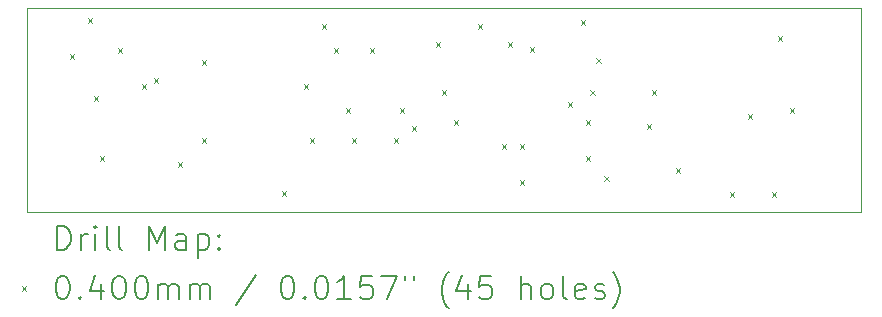
<source format=gbr>
%TF.GenerationSoftware,KiCad,Pcbnew,7.0.10-7.0.10~ubuntu22.04.1*%
%TF.CreationDate,2024-03-22T20:20:20-04:00*%
%TF.ProjectId,mechanicalkeyboard-touchid-hub,6d656368-616e-4696-9361-6c6b6579626f,rev?*%
%TF.SameCoordinates,Original*%
%TF.FileFunction,Drillmap*%
%TF.FilePolarity,Positive*%
%FSLAX45Y45*%
G04 Gerber Fmt 4.5, Leading zero omitted, Abs format (unit mm)*
G04 Created by KiCad (PCBNEW 7.0.10-7.0.10~ubuntu22.04.1) date 2024-03-22 20:20:20*
%MOMM*%
%LPD*%
G01*
G04 APERTURE LIST*
%ADD10C,0.100000*%
%ADD11C,0.200000*%
G04 APERTURE END LIST*
D10*
X4292600Y-3759200D02*
X11353800Y-3759200D01*
X11353800Y-5486400D01*
X4292600Y-5486400D01*
X4292600Y-3759200D01*
D11*
D10*
X4653600Y-4145600D02*
X4693600Y-4185600D01*
X4693600Y-4145600D02*
X4653600Y-4185600D01*
X4806000Y-3840800D02*
X4846000Y-3880800D01*
X4846000Y-3840800D02*
X4806000Y-3880800D01*
X4856800Y-4501200D02*
X4896800Y-4541200D01*
X4896800Y-4501200D02*
X4856800Y-4541200D01*
X4907600Y-5009200D02*
X4947600Y-5049200D01*
X4947600Y-5009200D02*
X4907600Y-5049200D01*
X5060000Y-4094800D02*
X5100000Y-4134800D01*
X5100000Y-4094800D02*
X5060000Y-4134800D01*
X5263200Y-4399600D02*
X5303200Y-4439600D01*
X5303200Y-4399600D02*
X5263200Y-4439600D01*
X5364800Y-4348800D02*
X5404800Y-4388800D01*
X5404800Y-4348800D02*
X5364800Y-4388800D01*
X5568000Y-5060000D02*
X5608000Y-5100000D01*
X5608000Y-5060000D02*
X5568000Y-5100000D01*
X5771200Y-4196400D02*
X5811200Y-4236400D01*
X5811200Y-4196400D02*
X5771200Y-4236400D01*
X5771200Y-4856800D02*
X5811200Y-4896800D01*
X5811200Y-4856800D02*
X5771200Y-4896800D01*
X6450000Y-5310000D02*
X6490000Y-5350000D01*
X6490000Y-5310000D02*
X6450000Y-5350000D01*
X6634800Y-4399600D02*
X6674800Y-4439600D01*
X6674800Y-4399600D02*
X6634800Y-4439600D01*
X6685600Y-4856800D02*
X6725600Y-4896800D01*
X6725600Y-4856800D02*
X6685600Y-4896800D01*
X6787200Y-3891600D02*
X6827200Y-3931600D01*
X6827200Y-3891600D02*
X6787200Y-3931600D01*
X6888800Y-4094800D02*
X6928800Y-4134800D01*
X6928800Y-4094800D02*
X6888800Y-4134800D01*
X6990400Y-4602800D02*
X7030400Y-4642800D01*
X7030400Y-4602800D02*
X6990400Y-4642800D01*
X7041200Y-4856800D02*
X7081200Y-4896800D01*
X7081200Y-4856800D02*
X7041200Y-4896800D01*
X7193600Y-4094800D02*
X7233600Y-4134800D01*
X7233600Y-4094800D02*
X7193600Y-4134800D01*
X7396800Y-4856800D02*
X7436800Y-4896800D01*
X7436800Y-4856800D02*
X7396800Y-4896800D01*
X7447600Y-4602800D02*
X7487600Y-4642800D01*
X7487600Y-4602800D02*
X7447600Y-4642800D01*
X7549200Y-4755200D02*
X7589200Y-4795200D01*
X7589200Y-4755200D02*
X7549200Y-4795200D01*
X7752400Y-4044000D02*
X7792400Y-4084000D01*
X7792400Y-4044000D02*
X7752400Y-4084000D01*
X7803200Y-4450400D02*
X7843200Y-4490400D01*
X7843200Y-4450400D02*
X7803200Y-4490400D01*
X7904800Y-4704400D02*
X7944800Y-4744400D01*
X7944800Y-4704400D02*
X7904800Y-4744400D01*
X8108000Y-3891600D02*
X8148000Y-3931600D01*
X8148000Y-3891600D02*
X8108000Y-3931600D01*
X8311200Y-4907600D02*
X8351200Y-4947600D01*
X8351200Y-4907600D02*
X8311200Y-4947600D01*
X8362000Y-4044000D02*
X8402000Y-4084000D01*
X8402000Y-4044000D02*
X8362000Y-4084000D01*
X8463600Y-4907600D02*
X8503600Y-4947600D01*
X8503600Y-4907600D02*
X8463600Y-4947600D01*
X8463600Y-5212400D02*
X8503600Y-5252400D01*
X8503600Y-5212400D02*
X8463600Y-5252400D01*
X8550000Y-4090000D02*
X8590000Y-4130000D01*
X8590000Y-4090000D02*
X8550000Y-4130000D01*
X8870000Y-4552000D02*
X8910000Y-4592000D01*
X8910000Y-4552000D02*
X8870000Y-4592000D01*
X8980000Y-3860000D02*
X9020000Y-3900000D01*
X9020000Y-3860000D02*
X8980000Y-3900000D01*
X9022400Y-4704400D02*
X9062400Y-4744400D01*
X9062400Y-4704400D02*
X9022400Y-4744400D01*
X9022400Y-5009200D02*
X9062400Y-5049200D01*
X9062400Y-5009200D02*
X9022400Y-5049200D01*
X9060000Y-4450000D02*
X9100000Y-4490000D01*
X9100000Y-4450000D02*
X9060000Y-4490000D01*
X9110000Y-4180000D02*
X9150000Y-4220000D01*
X9150000Y-4180000D02*
X9110000Y-4220000D01*
X9180000Y-5180000D02*
X9220000Y-5220000D01*
X9220000Y-5180000D02*
X9180000Y-5220000D01*
X9540000Y-4740000D02*
X9580000Y-4780000D01*
X9580000Y-4740000D02*
X9540000Y-4780000D01*
X9581200Y-4450400D02*
X9621200Y-4490400D01*
X9621200Y-4450400D02*
X9581200Y-4490400D01*
X9784400Y-5110800D02*
X9824400Y-5150800D01*
X9824400Y-5110800D02*
X9784400Y-5150800D01*
X10241600Y-5314000D02*
X10281600Y-5354000D01*
X10281600Y-5314000D02*
X10241600Y-5354000D01*
X10394000Y-4653600D02*
X10434000Y-4693600D01*
X10434000Y-4653600D02*
X10394000Y-4693600D01*
X10597200Y-5314000D02*
X10637200Y-5354000D01*
X10637200Y-5314000D02*
X10597200Y-5354000D01*
X10648000Y-3993200D02*
X10688000Y-4033200D01*
X10688000Y-3993200D02*
X10648000Y-4033200D01*
X10749600Y-4602800D02*
X10789600Y-4642800D01*
X10789600Y-4602800D02*
X10749600Y-4642800D01*
D11*
X4548377Y-5802884D02*
X4548377Y-5602884D01*
X4548377Y-5602884D02*
X4595996Y-5602884D01*
X4595996Y-5602884D02*
X4624567Y-5612408D01*
X4624567Y-5612408D02*
X4643615Y-5631455D01*
X4643615Y-5631455D02*
X4653139Y-5650503D01*
X4653139Y-5650503D02*
X4662663Y-5688598D01*
X4662663Y-5688598D02*
X4662663Y-5717169D01*
X4662663Y-5717169D02*
X4653139Y-5755265D01*
X4653139Y-5755265D02*
X4643615Y-5774312D01*
X4643615Y-5774312D02*
X4624567Y-5793360D01*
X4624567Y-5793360D02*
X4595996Y-5802884D01*
X4595996Y-5802884D02*
X4548377Y-5802884D01*
X4748377Y-5802884D02*
X4748377Y-5669550D01*
X4748377Y-5707646D02*
X4757901Y-5688598D01*
X4757901Y-5688598D02*
X4767424Y-5679074D01*
X4767424Y-5679074D02*
X4786472Y-5669550D01*
X4786472Y-5669550D02*
X4805520Y-5669550D01*
X4872186Y-5802884D02*
X4872186Y-5669550D01*
X4872186Y-5602884D02*
X4862663Y-5612408D01*
X4862663Y-5612408D02*
X4872186Y-5621931D01*
X4872186Y-5621931D02*
X4881710Y-5612408D01*
X4881710Y-5612408D02*
X4872186Y-5602884D01*
X4872186Y-5602884D02*
X4872186Y-5621931D01*
X4995996Y-5802884D02*
X4976948Y-5793360D01*
X4976948Y-5793360D02*
X4967424Y-5774312D01*
X4967424Y-5774312D02*
X4967424Y-5602884D01*
X5100758Y-5802884D02*
X5081710Y-5793360D01*
X5081710Y-5793360D02*
X5072186Y-5774312D01*
X5072186Y-5774312D02*
X5072186Y-5602884D01*
X5329329Y-5802884D02*
X5329329Y-5602884D01*
X5329329Y-5602884D02*
X5395996Y-5745741D01*
X5395996Y-5745741D02*
X5462663Y-5602884D01*
X5462663Y-5602884D02*
X5462663Y-5802884D01*
X5643615Y-5802884D02*
X5643615Y-5698122D01*
X5643615Y-5698122D02*
X5634091Y-5679074D01*
X5634091Y-5679074D02*
X5615043Y-5669550D01*
X5615043Y-5669550D02*
X5576948Y-5669550D01*
X5576948Y-5669550D02*
X5557901Y-5679074D01*
X5643615Y-5793360D02*
X5624567Y-5802884D01*
X5624567Y-5802884D02*
X5576948Y-5802884D01*
X5576948Y-5802884D02*
X5557901Y-5793360D01*
X5557901Y-5793360D02*
X5548377Y-5774312D01*
X5548377Y-5774312D02*
X5548377Y-5755265D01*
X5548377Y-5755265D02*
X5557901Y-5736217D01*
X5557901Y-5736217D02*
X5576948Y-5726693D01*
X5576948Y-5726693D02*
X5624567Y-5726693D01*
X5624567Y-5726693D02*
X5643615Y-5717169D01*
X5738853Y-5669550D02*
X5738853Y-5869550D01*
X5738853Y-5679074D02*
X5757901Y-5669550D01*
X5757901Y-5669550D02*
X5795996Y-5669550D01*
X5795996Y-5669550D02*
X5815043Y-5679074D01*
X5815043Y-5679074D02*
X5824567Y-5688598D01*
X5824567Y-5688598D02*
X5834091Y-5707646D01*
X5834091Y-5707646D02*
X5834091Y-5764788D01*
X5834091Y-5764788D02*
X5824567Y-5783836D01*
X5824567Y-5783836D02*
X5815043Y-5793360D01*
X5815043Y-5793360D02*
X5795996Y-5802884D01*
X5795996Y-5802884D02*
X5757901Y-5802884D01*
X5757901Y-5802884D02*
X5738853Y-5793360D01*
X5919805Y-5783836D02*
X5929329Y-5793360D01*
X5929329Y-5793360D02*
X5919805Y-5802884D01*
X5919805Y-5802884D02*
X5910282Y-5793360D01*
X5910282Y-5793360D02*
X5919805Y-5783836D01*
X5919805Y-5783836D02*
X5919805Y-5802884D01*
X5919805Y-5679074D02*
X5929329Y-5688598D01*
X5929329Y-5688598D02*
X5919805Y-5698122D01*
X5919805Y-5698122D02*
X5910282Y-5688598D01*
X5910282Y-5688598D02*
X5919805Y-5679074D01*
X5919805Y-5679074D02*
X5919805Y-5698122D01*
D10*
X4247600Y-6111400D02*
X4287600Y-6151400D01*
X4287600Y-6111400D02*
X4247600Y-6151400D01*
D11*
X4586472Y-6022884D02*
X4605520Y-6022884D01*
X4605520Y-6022884D02*
X4624567Y-6032408D01*
X4624567Y-6032408D02*
X4634091Y-6041931D01*
X4634091Y-6041931D02*
X4643615Y-6060979D01*
X4643615Y-6060979D02*
X4653139Y-6099074D01*
X4653139Y-6099074D02*
X4653139Y-6146693D01*
X4653139Y-6146693D02*
X4643615Y-6184788D01*
X4643615Y-6184788D02*
X4634091Y-6203836D01*
X4634091Y-6203836D02*
X4624567Y-6213360D01*
X4624567Y-6213360D02*
X4605520Y-6222884D01*
X4605520Y-6222884D02*
X4586472Y-6222884D01*
X4586472Y-6222884D02*
X4567424Y-6213360D01*
X4567424Y-6213360D02*
X4557901Y-6203836D01*
X4557901Y-6203836D02*
X4548377Y-6184788D01*
X4548377Y-6184788D02*
X4538853Y-6146693D01*
X4538853Y-6146693D02*
X4538853Y-6099074D01*
X4538853Y-6099074D02*
X4548377Y-6060979D01*
X4548377Y-6060979D02*
X4557901Y-6041931D01*
X4557901Y-6041931D02*
X4567424Y-6032408D01*
X4567424Y-6032408D02*
X4586472Y-6022884D01*
X4738853Y-6203836D02*
X4748377Y-6213360D01*
X4748377Y-6213360D02*
X4738853Y-6222884D01*
X4738853Y-6222884D02*
X4729329Y-6213360D01*
X4729329Y-6213360D02*
X4738853Y-6203836D01*
X4738853Y-6203836D02*
X4738853Y-6222884D01*
X4919805Y-6089550D02*
X4919805Y-6222884D01*
X4872186Y-6013360D02*
X4824567Y-6156217D01*
X4824567Y-6156217D02*
X4948377Y-6156217D01*
X5062663Y-6022884D02*
X5081710Y-6022884D01*
X5081710Y-6022884D02*
X5100758Y-6032408D01*
X5100758Y-6032408D02*
X5110282Y-6041931D01*
X5110282Y-6041931D02*
X5119805Y-6060979D01*
X5119805Y-6060979D02*
X5129329Y-6099074D01*
X5129329Y-6099074D02*
X5129329Y-6146693D01*
X5129329Y-6146693D02*
X5119805Y-6184788D01*
X5119805Y-6184788D02*
X5110282Y-6203836D01*
X5110282Y-6203836D02*
X5100758Y-6213360D01*
X5100758Y-6213360D02*
X5081710Y-6222884D01*
X5081710Y-6222884D02*
X5062663Y-6222884D01*
X5062663Y-6222884D02*
X5043615Y-6213360D01*
X5043615Y-6213360D02*
X5034091Y-6203836D01*
X5034091Y-6203836D02*
X5024567Y-6184788D01*
X5024567Y-6184788D02*
X5015044Y-6146693D01*
X5015044Y-6146693D02*
X5015044Y-6099074D01*
X5015044Y-6099074D02*
X5024567Y-6060979D01*
X5024567Y-6060979D02*
X5034091Y-6041931D01*
X5034091Y-6041931D02*
X5043615Y-6032408D01*
X5043615Y-6032408D02*
X5062663Y-6022884D01*
X5253139Y-6022884D02*
X5272186Y-6022884D01*
X5272186Y-6022884D02*
X5291234Y-6032408D01*
X5291234Y-6032408D02*
X5300758Y-6041931D01*
X5300758Y-6041931D02*
X5310282Y-6060979D01*
X5310282Y-6060979D02*
X5319805Y-6099074D01*
X5319805Y-6099074D02*
X5319805Y-6146693D01*
X5319805Y-6146693D02*
X5310282Y-6184788D01*
X5310282Y-6184788D02*
X5300758Y-6203836D01*
X5300758Y-6203836D02*
X5291234Y-6213360D01*
X5291234Y-6213360D02*
X5272186Y-6222884D01*
X5272186Y-6222884D02*
X5253139Y-6222884D01*
X5253139Y-6222884D02*
X5234091Y-6213360D01*
X5234091Y-6213360D02*
X5224567Y-6203836D01*
X5224567Y-6203836D02*
X5215044Y-6184788D01*
X5215044Y-6184788D02*
X5205520Y-6146693D01*
X5205520Y-6146693D02*
X5205520Y-6099074D01*
X5205520Y-6099074D02*
X5215044Y-6060979D01*
X5215044Y-6060979D02*
X5224567Y-6041931D01*
X5224567Y-6041931D02*
X5234091Y-6032408D01*
X5234091Y-6032408D02*
X5253139Y-6022884D01*
X5405520Y-6222884D02*
X5405520Y-6089550D01*
X5405520Y-6108598D02*
X5415044Y-6099074D01*
X5415044Y-6099074D02*
X5434091Y-6089550D01*
X5434091Y-6089550D02*
X5462663Y-6089550D01*
X5462663Y-6089550D02*
X5481710Y-6099074D01*
X5481710Y-6099074D02*
X5491234Y-6118122D01*
X5491234Y-6118122D02*
X5491234Y-6222884D01*
X5491234Y-6118122D02*
X5500758Y-6099074D01*
X5500758Y-6099074D02*
X5519805Y-6089550D01*
X5519805Y-6089550D02*
X5548377Y-6089550D01*
X5548377Y-6089550D02*
X5567425Y-6099074D01*
X5567425Y-6099074D02*
X5576948Y-6118122D01*
X5576948Y-6118122D02*
X5576948Y-6222884D01*
X5672186Y-6222884D02*
X5672186Y-6089550D01*
X5672186Y-6108598D02*
X5681710Y-6099074D01*
X5681710Y-6099074D02*
X5700758Y-6089550D01*
X5700758Y-6089550D02*
X5729329Y-6089550D01*
X5729329Y-6089550D02*
X5748377Y-6099074D01*
X5748377Y-6099074D02*
X5757901Y-6118122D01*
X5757901Y-6118122D02*
X5757901Y-6222884D01*
X5757901Y-6118122D02*
X5767424Y-6099074D01*
X5767424Y-6099074D02*
X5786472Y-6089550D01*
X5786472Y-6089550D02*
X5815043Y-6089550D01*
X5815043Y-6089550D02*
X5834091Y-6099074D01*
X5834091Y-6099074D02*
X5843615Y-6118122D01*
X5843615Y-6118122D02*
X5843615Y-6222884D01*
X6234091Y-6013360D02*
X6062663Y-6270503D01*
X6491234Y-6022884D02*
X6510282Y-6022884D01*
X6510282Y-6022884D02*
X6529329Y-6032408D01*
X6529329Y-6032408D02*
X6538853Y-6041931D01*
X6538853Y-6041931D02*
X6548377Y-6060979D01*
X6548377Y-6060979D02*
X6557901Y-6099074D01*
X6557901Y-6099074D02*
X6557901Y-6146693D01*
X6557901Y-6146693D02*
X6548377Y-6184788D01*
X6548377Y-6184788D02*
X6538853Y-6203836D01*
X6538853Y-6203836D02*
X6529329Y-6213360D01*
X6529329Y-6213360D02*
X6510282Y-6222884D01*
X6510282Y-6222884D02*
X6491234Y-6222884D01*
X6491234Y-6222884D02*
X6472186Y-6213360D01*
X6472186Y-6213360D02*
X6462663Y-6203836D01*
X6462663Y-6203836D02*
X6453139Y-6184788D01*
X6453139Y-6184788D02*
X6443615Y-6146693D01*
X6443615Y-6146693D02*
X6443615Y-6099074D01*
X6443615Y-6099074D02*
X6453139Y-6060979D01*
X6453139Y-6060979D02*
X6462663Y-6041931D01*
X6462663Y-6041931D02*
X6472186Y-6032408D01*
X6472186Y-6032408D02*
X6491234Y-6022884D01*
X6643615Y-6203836D02*
X6653139Y-6213360D01*
X6653139Y-6213360D02*
X6643615Y-6222884D01*
X6643615Y-6222884D02*
X6634091Y-6213360D01*
X6634091Y-6213360D02*
X6643615Y-6203836D01*
X6643615Y-6203836D02*
X6643615Y-6222884D01*
X6776948Y-6022884D02*
X6795996Y-6022884D01*
X6795996Y-6022884D02*
X6815044Y-6032408D01*
X6815044Y-6032408D02*
X6824567Y-6041931D01*
X6824567Y-6041931D02*
X6834091Y-6060979D01*
X6834091Y-6060979D02*
X6843615Y-6099074D01*
X6843615Y-6099074D02*
X6843615Y-6146693D01*
X6843615Y-6146693D02*
X6834091Y-6184788D01*
X6834091Y-6184788D02*
X6824567Y-6203836D01*
X6824567Y-6203836D02*
X6815044Y-6213360D01*
X6815044Y-6213360D02*
X6795996Y-6222884D01*
X6795996Y-6222884D02*
X6776948Y-6222884D01*
X6776948Y-6222884D02*
X6757901Y-6213360D01*
X6757901Y-6213360D02*
X6748377Y-6203836D01*
X6748377Y-6203836D02*
X6738853Y-6184788D01*
X6738853Y-6184788D02*
X6729329Y-6146693D01*
X6729329Y-6146693D02*
X6729329Y-6099074D01*
X6729329Y-6099074D02*
X6738853Y-6060979D01*
X6738853Y-6060979D02*
X6748377Y-6041931D01*
X6748377Y-6041931D02*
X6757901Y-6032408D01*
X6757901Y-6032408D02*
X6776948Y-6022884D01*
X7034091Y-6222884D02*
X6919806Y-6222884D01*
X6976948Y-6222884D02*
X6976948Y-6022884D01*
X6976948Y-6022884D02*
X6957901Y-6051455D01*
X6957901Y-6051455D02*
X6938853Y-6070503D01*
X6938853Y-6070503D02*
X6919806Y-6080027D01*
X7215044Y-6022884D02*
X7119806Y-6022884D01*
X7119806Y-6022884D02*
X7110282Y-6118122D01*
X7110282Y-6118122D02*
X7119806Y-6108598D01*
X7119806Y-6108598D02*
X7138853Y-6099074D01*
X7138853Y-6099074D02*
X7186472Y-6099074D01*
X7186472Y-6099074D02*
X7205520Y-6108598D01*
X7205520Y-6108598D02*
X7215044Y-6118122D01*
X7215044Y-6118122D02*
X7224567Y-6137169D01*
X7224567Y-6137169D02*
X7224567Y-6184788D01*
X7224567Y-6184788D02*
X7215044Y-6203836D01*
X7215044Y-6203836D02*
X7205520Y-6213360D01*
X7205520Y-6213360D02*
X7186472Y-6222884D01*
X7186472Y-6222884D02*
X7138853Y-6222884D01*
X7138853Y-6222884D02*
X7119806Y-6213360D01*
X7119806Y-6213360D02*
X7110282Y-6203836D01*
X7291234Y-6022884D02*
X7424567Y-6022884D01*
X7424567Y-6022884D02*
X7338853Y-6222884D01*
X7491234Y-6022884D02*
X7491234Y-6060979D01*
X7567425Y-6022884D02*
X7567425Y-6060979D01*
X7862663Y-6299074D02*
X7853139Y-6289550D01*
X7853139Y-6289550D02*
X7834091Y-6260979D01*
X7834091Y-6260979D02*
X7824568Y-6241931D01*
X7824568Y-6241931D02*
X7815044Y-6213360D01*
X7815044Y-6213360D02*
X7805520Y-6165741D01*
X7805520Y-6165741D02*
X7805520Y-6127646D01*
X7805520Y-6127646D02*
X7815044Y-6080027D01*
X7815044Y-6080027D02*
X7824568Y-6051455D01*
X7824568Y-6051455D02*
X7834091Y-6032408D01*
X7834091Y-6032408D02*
X7853139Y-6003836D01*
X7853139Y-6003836D02*
X7862663Y-5994312D01*
X8024568Y-6089550D02*
X8024568Y-6222884D01*
X7976948Y-6013360D02*
X7929329Y-6156217D01*
X7929329Y-6156217D02*
X8053139Y-6156217D01*
X8224568Y-6022884D02*
X8129329Y-6022884D01*
X8129329Y-6022884D02*
X8119806Y-6118122D01*
X8119806Y-6118122D02*
X8129329Y-6108598D01*
X8129329Y-6108598D02*
X8148377Y-6099074D01*
X8148377Y-6099074D02*
X8195996Y-6099074D01*
X8195996Y-6099074D02*
X8215044Y-6108598D01*
X8215044Y-6108598D02*
X8224568Y-6118122D01*
X8224568Y-6118122D02*
X8234091Y-6137169D01*
X8234091Y-6137169D02*
X8234091Y-6184788D01*
X8234091Y-6184788D02*
X8224568Y-6203836D01*
X8224568Y-6203836D02*
X8215044Y-6213360D01*
X8215044Y-6213360D02*
X8195996Y-6222884D01*
X8195996Y-6222884D02*
X8148377Y-6222884D01*
X8148377Y-6222884D02*
X8129329Y-6213360D01*
X8129329Y-6213360D02*
X8119806Y-6203836D01*
X8472187Y-6222884D02*
X8472187Y-6022884D01*
X8557901Y-6222884D02*
X8557901Y-6118122D01*
X8557901Y-6118122D02*
X8548377Y-6099074D01*
X8548377Y-6099074D02*
X8529330Y-6089550D01*
X8529330Y-6089550D02*
X8500758Y-6089550D01*
X8500758Y-6089550D02*
X8481711Y-6099074D01*
X8481711Y-6099074D02*
X8472187Y-6108598D01*
X8681711Y-6222884D02*
X8662663Y-6213360D01*
X8662663Y-6213360D02*
X8653139Y-6203836D01*
X8653139Y-6203836D02*
X8643615Y-6184788D01*
X8643615Y-6184788D02*
X8643615Y-6127646D01*
X8643615Y-6127646D02*
X8653139Y-6108598D01*
X8653139Y-6108598D02*
X8662663Y-6099074D01*
X8662663Y-6099074D02*
X8681711Y-6089550D01*
X8681711Y-6089550D02*
X8710282Y-6089550D01*
X8710282Y-6089550D02*
X8729330Y-6099074D01*
X8729330Y-6099074D02*
X8738853Y-6108598D01*
X8738853Y-6108598D02*
X8748377Y-6127646D01*
X8748377Y-6127646D02*
X8748377Y-6184788D01*
X8748377Y-6184788D02*
X8738853Y-6203836D01*
X8738853Y-6203836D02*
X8729330Y-6213360D01*
X8729330Y-6213360D02*
X8710282Y-6222884D01*
X8710282Y-6222884D02*
X8681711Y-6222884D01*
X8862663Y-6222884D02*
X8843615Y-6213360D01*
X8843615Y-6213360D02*
X8834092Y-6194312D01*
X8834092Y-6194312D02*
X8834092Y-6022884D01*
X9015044Y-6213360D02*
X8995996Y-6222884D01*
X8995996Y-6222884D02*
X8957901Y-6222884D01*
X8957901Y-6222884D02*
X8938853Y-6213360D01*
X8938853Y-6213360D02*
X8929330Y-6194312D01*
X8929330Y-6194312D02*
X8929330Y-6118122D01*
X8929330Y-6118122D02*
X8938853Y-6099074D01*
X8938853Y-6099074D02*
X8957901Y-6089550D01*
X8957901Y-6089550D02*
X8995996Y-6089550D01*
X8995996Y-6089550D02*
X9015044Y-6099074D01*
X9015044Y-6099074D02*
X9024568Y-6118122D01*
X9024568Y-6118122D02*
X9024568Y-6137169D01*
X9024568Y-6137169D02*
X8929330Y-6156217D01*
X9100758Y-6213360D02*
X9119806Y-6222884D01*
X9119806Y-6222884D02*
X9157901Y-6222884D01*
X9157901Y-6222884D02*
X9176949Y-6213360D01*
X9176949Y-6213360D02*
X9186473Y-6194312D01*
X9186473Y-6194312D02*
X9186473Y-6184788D01*
X9186473Y-6184788D02*
X9176949Y-6165741D01*
X9176949Y-6165741D02*
X9157901Y-6156217D01*
X9157901Y-6156217D02*
X9129330Y-6156217D01*
X9129330Y-6156217D02*
X9110282Y-6146693D01*
X9110282Y-6146693D02*
X9100758Y-6127646D01*
X9100758Y-6127646D02*
X9100758Y-6118122D01*
X9100758Y-6118122D02*
X9110282Y-6099074D01*
X9110282Y-6099074D02*
X9129330Y-6089550D01*
X9129330Y-6089550D02*
X9157901Y-6089550D01*
X9157901Y-6089550D02*
X9176949Y-6099074D01*
X9253139Y-6299074D02*
X9262663Y-6289550D01*
X9262663Y-6289550D02*
X9281711Y-6260979D01*
X9281711Y-6260979D02*
X9291234Y-6241931D01*
X9291234Y-6241931D02*
X9300758Y-6213360D01*
X9300758Y-6213360D02*
X9310282Y-6165741D01*
X9310282Y-6165741D02*
X9310282Y-6127646D01*
X9310282Y-6127646D02*
X9300758Y-6080027D01*
X9300758Y-6080027D02*
X9291234Y-6051455D01*
X9291234Y-6051455D02*
X9281711Y-6032408D01*
X9281711Y-6032408D02*
X9262663Y-6003836D01*
X9262663Y-6003836D02*
X9253139Y-5994312D01*
M02*

</source>
